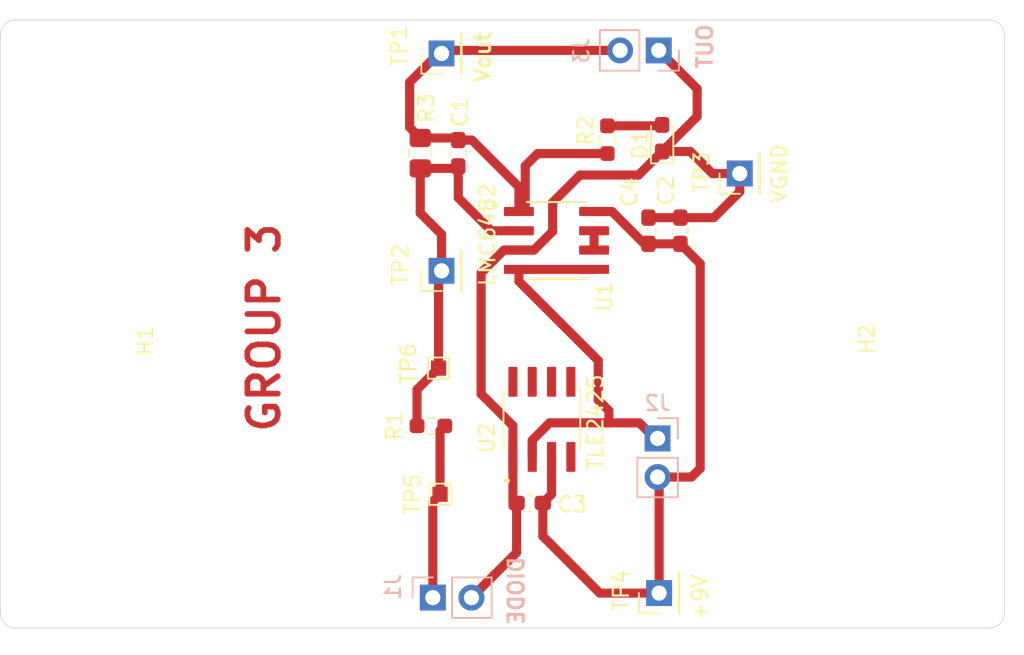
<source format=kicad_pcb>
(kicad_pcb (version 20240108) (generator "pcbnew") (generator_version "8.0")
  (layers (0 "F.Cu" signal) (31 "B.Cu" signal) (34 "B.Paste" user) (35 "F.Paste" user) (36 "B.SilkS" user "B.Silkscreen") (37 "F.SilkS" user "F.Silkscreen") (38 "B.Mask" user) (39 "F.Mask" user) (44 "Edge.Cuts" user))
  (net 0 "")
  (net 1 "/Vout")
  (net 2 "/Vin-")
  (net 3 "+9V")
  (net 4 "/VGND")
  (net 5 "Net-(J1-Pin_1)")
  (net 6 "GND")
  (net 7 "Net-(D1-A)")
  (net 8 "Net-(U1B--)")
  (footprint "MountingHole:MountingHole_4.3mm_M4_DIN965" (layer "F.Cu") (at 111.6 110.2 90)
    (property "Reference" "H1" (at -0.1 5.1 90) (layer "F.SilkS"))
    (property "Value" "MountingHole")
    (pad "" np_thru_hole circle (at 0 0 90) (size 4.3 4.3) (drill 4.3) (layers "*.Cu" "*.Mask"))
  )
  (footprint "TA:SOIC127P599X175-8N" (layer "F.Cu") (at 143.755 103.7)
    (property "Reference" "U1" (at 3.145 3.7 90) (layer "F.SilkS"))
    (property "Value" "LMC6482")
    (fp_line (start -1.95 -2.525) (end 1.95 -2.525) (stroke (width 0.127)) (layer "F.SilkS"))
    (fp_line (start -1.95 2.525) (end 1.95 2.525) (stroke (width 0.127)) (layer "F.SilkS"))
    (fp_circle (center -4.04 -2.305) (end -3.94 -2.305) (stroke (width 0.2)) (fill none) (layer "F.SilkS"))
    (pad "1" smd roundrect (at -2.47 -1.905) (size 1.97 0.6) (layers "F.Cu" "F.Paste" "F.Mask") (roundrect_rratio 0.125) (net 1 "/Vout"))
    (pad "2" smd roundrect (at -2.47 -0.635) (size 1.97 0.6) (layers "F.Cu" "F.Paste" "F.Mask") (roundrect_rratio 0.125) (net 2 "/Vin-"))
    (pad "3" smd roundrect (at -2.47 0.635) (size 1.97 0.6) (layers "F.Cu" "F.Paste" "F.Mask") (roundrect_rratio 0.125) (net 4 "/VGND"))
    (pad "4" smd roundrect (at -2.47 1.905) (size 1.97 0.6) (layers "F.Cu" "F.Paste" "F.Mask") (roundrect_rratio 0.125) (net 6 "GND"))
    (pad "5" smd roundrect (at 2.47 1.905) (size 1.97 0.6) (layers "F.Cu" "F.Paste" "F.Mask") (roundrect_rratio 0.125) (net 6 "GND"))
    (pad "6" smd roundrect (at 2.47 0.635) (size 1.97 0.6) (layers "F.Cu" "F.Paste" "F.Mask") (roundrect_rratio 0.125) (net 8 "Net-(U1B--)"))
    (pad "7" smd roundrect (at 2.47 -0.635) (size 1.97 0.6) (layers "F.Cu" "F.Paste" "F.Mask") (roundrect_rratio 0.125) (net 8 "Net-(U1B--)"))
    (pad "8" smd roundrect (at 2.47 -1.905) (size 1.97 0.6) (layers "F.Cu" "F.Paste" "F.Mask") (roundrect_rratio 0.125) (net 3 "+9V"))
  )
  (footprint "MountingHole:MountingHole_4.3mm_M4_DIN965" (layer "F.Cu") (at 168.9 110.2 90)
    (property "Reference" "H2" (at 0 -4.75 90) (layer "F.SilkS"))
    (property "Value" "MountingHole")
    (pad "" np_thru_hole circle (at 0 0 90) (size 4.3 4.3) (drill 4.3) (layers "*.Cu" "*.Mask"))
  )
  (footprint "Resistor_SMD:R_0603_1608Metric_Pad0.98x0.95mm_HandSolder" (layer "F.Cu") (at 135.5 115.9 180)
    (property "Reference" "R1" (at 2.4 0 90) (layer "F.SilkS"))
    (property "Value" "10")
    (fp_line (start -0.254724 0.5225) (end 0.254724 0.5225) (stroke (width 0.12)) (layer "F.SilkS"))
    (fp_line (start -0.254724 -0.5225) (end 0.254724 -0.5225) (stroke (width 0.12)) (layer "F.SilkS"))
    (pad "1" smd roundrect (at -0.9125 0 180) (size 0.975 0.95) (layers "F.Cu" "F.Paste" "F.Mask") (net 5 "Net-(J1-Pin_1)"))
    (pad "2" smd roundrect (at 0.9125 0 180) (size 0.975 0.95) (layers "F.Cu" "F.Paste" "F.Mask") (net 2 "/Vin-"))
  )
  (footprint "Resistor_SMD:R_0603_1608Metric_Pad0.98x0.95mm_HandSolder" (layer "F.Cu") (at 147.1 97.075 90)
    (property "Reference" "R2" (at 0.575 -1.43 90) (layer "F.SilkS"))
    (property "Value" "1K")
    (fp_line (start -0.254724 -0.5225) (end 0.254724 -0.5225) (stroke (width 0.12)) (layer "F.SilkS"))
    (fp_line (start -0.254724 0.5225) (end 0.254724 0.5225) (stroke (width 0.12)) (layer "F.SilkS"))
    (pad "1" smd roundrect (at -0.9125 0 90) (size 0.975 0.95) (layers "F.Cu" "F.Paste" "F.Mask") (net 1 "/Vout"))
    (pad "2" smd roundrect (at 0.9125 0 90) (size 0.975 0.95) (layers "F.Cu" "F.Paste" "F.Mask") (net 7 "Net-(D1-A)"))
  )
  (footprint "Capacitor_SMD:C_0603_1608Metric_Pad1.08x0.95mm_HandSolder" (layer "F.Cu") (at 149.8 103.0625 90)
    (property "Reference" "C4" (at 2.535 -1.245 90) (layer "F.SilkS"))
    (property "Value" "0.1u")
    (fp_line (start -0.146267 -0.51) (end 0.146267 -0.51) (stroke (width 0.12)) (layer "F.SilkS"))
    (fp_line (start -0.146267 0.51) (end 0.146267 0.51) (stroke (width 0.12)) (layer "F.SilkS"))
    (pad "1" smd roundrect (at -0.8625 0 90) (size 1.075 0.95) (layers "F.Cu" "F.Paste" "F.Mask") (net 3 "+9V"))
    (pad "2" smd roundrect (at 0.8625 0 90) (size 1.075 0.95) (layers "F.Cu" "F.Paste" "F.Mask") (net 4 "/VGND"))
  )
  (footprint "Connector_PinHeader_2.54mm:PinHeader_1x01_P2.54mm_Vertical" (layer "F.Cu") (at 155.8 99.3 90)
    (property "Reference" "TP3" (at 0.1 -2.5 90) (layer "F.SilkS"))
    (property "Value" "Virtual_gnd")
    (fp_line (start -1.33 -1.33) (end 0 -1.33) (stroke (width 0.12)) (layer "F.SilkS"))
    (fp_line (start -1.33 0) (end -1.33 -1.33) (stroke (width 0.12)) (layer "F.SilkS"))
    (fp_line (start 1.33 1.27) (end 1.33 1.33) (stroke (width 0.12)) (layer "F.SilkS"))
    (fp_line (start -1.33 1.27) (end 1.33 1.27) (stroke (width 0.12)) (layer "F.SilkS"))
    (fp_line (start -1.33 1.27) (end -1.33 1.33) (stroke (width 0.12)) (layer "F.SilkS"))
    (fp_line (start -1.33 1.33) (end 1.33 1.33) (stroke (width 0.12)) (layer "F.SilkS"))
    (pad "1" thru_hole rect (at 0 0 90) (size 1.7 1.7) (drill 1) (layers "*.Cu" "*.Mask") (net 4 "/VGND"))
  )
  (footprint "Capacitor_SMD:C_0603_1608Metric_Pad1.08x0.95mm_HandSolder" (layer "F.Cu") (at 137.3 97.9625 90)
    (property "Reference" "C1" (at 2.7 0.1 90) (layer "F.SilkS"))
    (property "Value" "150p")
    (fp_line (start -0.146267 -0.51) (end 0.146267 -0.51) (stroke (width 0.12)) (layer "F.SilkS"))
    (fp_line (start -0.146267 0.51) (end 0.146267 0.51) (stroke (width 0.12)) (layer "F.SilkS"))
    (pad "1" smd roundrect (at -0.8625 0 90) (size 1.075 0.95) (layers "F.Cu" "F.Paste" "F.Mask") (net 2 "/Vin-"))
    (pad "2" smd roundrect (at 0.8625 0 90) (size 1.075 0.95) (layers "F.Cu" "F.Paste" "F.Mask") (net 1 "/Vout"))
  )
  (footprint "LED_SMD:LED_0603_1608Metric_Pad1.05x0.95mm_HandSolder" (layer "F.Cu") (at 150.7 96.975 90)
    (property "Reference" "D1" (at -0.425 -1.43 90) (layer "F.SilkS"))
    (property "Value" "VOUT")
    (fp_line (start 0.8 -0.735) (end -1.66 -0.735) (stroke (width 0.12)) (layer "F.SilkS"))
    (fp_line (start -1.66 -0.735) (end -1.66 0.735) (stroke (width 0.12)) (layer "F.SilkS"))
    (fp_line (start -1.66 0.735) (end 0.8 0.735) (stroke (width 0.12)) (layer "F.SilkS"))
    (pad "1" smd roundrect (at -0.875 0 90) (size 1.05 0.95) (layers "F.Cu" "F.Paste" "F.Mask") (net 4 "/VGND"))
    (pad "2" smd roundrect (at 0.875 0 90) (size 1.05 0.95) (layers "F.Cu" "F.Paste" "F.Mask") (net 7 "Net-(D1-A)"))
  )
  (footprint "TestPoint:TestPoint_Pad_1.0x1.0mm" (layer "F.Cu") (at 136 112.1 90)
    (property "Reference" "TP6" (at 0.3 -2 90) (layer "F.SilkS"))
    (property "Value" "ID2")
    (fp_line (start 0.7 -0.7) (end 0.7 0.7) (stroke (width 0.12)) (layer "F.SilkS"))
    (fp_line (start -0.7 -0.7) (end 0.7 -0.7) (stroke (width 0.12)) (layer "F.SilkS"))
    (fp_line (start 0.7 0.7) (end -0.7 0.7) (stroke (width 0.12)) (layer "F.SilkS"))
    (fp_line (start -0.7 0.7) (end -0.7 -0.7) (stroke (width 0.12)) (layer "F.SilkS"))
    (pad "1" smd rect (at 0 0 90) (size 1 1) (layers "F.Cu" "F.Mask") (net 2 "/Vin-"))
  )
  (footprint "TestPoint:TestPoint_Pad_1.0x1.0mm" (layer "F.Cu") (at 136.1 120.4 90)
    (property "Reference" "TP5" (at 0 -1.8 90) (layer "F.SilkS"))
    (property "Value" "ID1")
    (fp_line (start 0.7 -0.7) (end 0.7 0.7) (stroke (width 0.12)) (layer "F.SilkS"))
    (fp_line (start -0.7 -0.7) (end 0.7 -0.7) (stroke (width 0.12)) (layer "F.SilkS"))
    (fp_line (start 0.7 0.7) (end -0.7 0.7) (stroke (width 0.12)) (layer "F.SilkS"))
    (fp_line (start -0.7 0.7) (end -0.7 -0.7) (stroke (width 0.12)) (layer "F.SilkS"))
    (pad "1" smd rect (at 0 0 90) (size 1 1) (layers "F.Cu" "F.Mask") (net 5 "Net-(J1-Pin_1)"))
  )
  (footprint "Capacitor_SMD:C_0603_1608Metric_Pad1.08x0.95mm_HandSolder" (layer "F.Cu") (at 151.9 103.0625 90)
    (property "Reference" "C2" (at 2.635 -0.945 90) (layer "F.SilkS"))
    (property "Value" "0.1u")
    (fp_line (start -0.146267 -0.51) (end 0.146267 -0.51) (stroke (width 0.12)) (layer "F.SilkS"))
    (fp_line (start -0.146267 0.51) (end 0.146267 0.51) (stroke (width 0.12)) (layer "F.SilkS"))
    (pad "1" smd roundrect (at -0.8625 0 90) (size 1.075 0.95) (layers "F.Cu" "F.Paste" "F.Mask") (net 3 "+9V"))
    (pad "2" smd roundrect (at 0.8625 0 90) (size 1.075 0.95) (layers "F.Cu" "F.Paste" "F.Mask") (net 4 "/VGND"))
  )
  (footprint "Connector_PinHeader_2.54mm:PinHeader_1x01_P2.54mm_Vertical" (layer "F.Cu") (at 136.2 91.4 90)
    (property "Reference" "TP1" (at 0.5 -2.8 90) (layer "F.SilkS"))
    (property "Value" "Vout")
    (fp_line (start -1.33 -1.33) (end 0 -1.33) (stroke (width 0.12)) (layer "F.SilkS"))
    (fp_line (start -1.33 0) (end -1.33 -1.33) (stroke (width 0.12)) (layer "F.SilkS"))
    (fp_line (start 1.33 1.27) (end 1.33 1.33) (stroke (width 0.12)) (layer "F.SilkS"))
    (fp_line (start -1.33 1.27) (end 1.33 1.27) (stroke (width 0.12)) (layer "F.SilkS"))
    (fp_line (start -1.33 1.27) (end -1.33 1.33) (stroke (width 0.12)) (layer "F.SilkS"))
    (fp_line (start -1.33 1.33) (end 1.33 1.33) (stroke (width 0.12)) (layer "F.SilkS"))
    (pad "1" thru_hole rect (at 0 0 90) (size 1.7 1.7) (drill 1) (layers "*.Cu" "*.Mask") (net 1 "/Vout"))
  )
  (footprint "Resistor_SMD:R_0805_2012Metric_Pad1.20x1.40mm_HandSolder" (layer "F.Cu") (at 134.8 97.9625 90)
    (property "Reference" "R3" (at 2.9625 0.4 90) (layer "F.SilkS"))
    (property "Value" "10M")
    (fp_line (start -0.227064 -0.735) (end 0.227064 -0.735) (stroke (width 0.12)) (layer "F.SilkS"))
    (fp_line (start -0.227064 0.735) (end 0.227064 0.735) (stroke (width 0.12)) (layer "F.SilkS"))
    (pad "1" smd roundrect (at -1 0 90) (size 1.2 1.4) (layers "F.Cu" "F.Paste" "F.Mask") (roundrect_rratio 0.208333) (net 2 "/Vin-"))
    (pad "2" smd roundrect (at 1 0 90) (size 1.2 1.4) (layers "F.Cu" "F.Paste" "F.Mask") (roundrect_rratio 0.208333) (net 1 "/Vout"))
  )
  (footprint "Capacitor_SMD:C_0603_1608Metric_Pad1.08x0.95mm_HandSolder" (layer "F.Cu") (at 141.995 120.97)
    (property "Reference" "C3" (at 2.8 0.1 360) (layer "F.SilkS"))
    (property "Value" "0.1u")
    (fp_line (start -0.146267 -0.51) (end 0.146267 -0.51) (stroke (width 0.12)) (layer "F.SilkS"))
    (fp_line (start -0.146267 0.51) (end 0.146267 0.51) (stroke (width 0.12)) (layer "F.SilkS"))
    (pad "1" smd roundrect (at -0.8625 0) (size 1.075 0.95) (layers "F.Cu" "F.Paste" "F.Mask") (net 4 "/VGND"))
    (pad "2" smd roundrect (at 0.8625 0) (size 1.075 0.95) (layers "F.Cu" "F.Paste" "F.Mask") (net 3 "+9V"))
  )
  (footprint "Connector_PinHeader_2.54mm:PinHeader_1x01_P2.54mm_Vertical" (layer "F.Cu") (at 150.5 126.9 90)
    (property "Reference" "TP4" (at 0.2 -2.5 90) (layer "F.SilkS"))
    (property "Value" "V_supply")
    (fp_line (start -1.33 -1.33) (end 0 -1.33) (stroke (width 0.12)) (layer "F.SilkS"))
    (fp_line (start -1.33 0) (end -1.33 -1.33) (stroke (width 0.12)) (layer "F.SilkS"))
    (fp_line (start 1.33 1.27) (end 1.33 1.33) (stroke (width 0.12)) (layer "F.SilkS"))
    (fp_line (start -1.33 1.27) (end 1.33 1.27) (stroke (width 0.12)) (layer "F.SilkS"))
    (fp_line (start -1.33 1.27) (end -1.33 1.33) (stroke (width 0.12)) (layer "F.SilkS"))
    (fp_line (start -1.33 1.33) (end 1.33 1.33) (stroke (width 0.12)) (layer "F.SilkS"))
    (pad "1" thru_hole rect (at 0 0 90) (size 1.7 1.7) (drill 1) (layers "*.Cu" "*.Mask") (net 3 "+9V"))
  )
  (footprint "TA:SOIC127P599X175-8N" (layer "F.Cu") (at 142.795 115.47 90)
    (property "Reference" "U2" (at -1.23 -3.595 90) (layer "F.SilkS"))
    (property "Value" "TLE2425CD")
    (fp_line (start -1.95 -2.525) (end 1.95 -2.525) (stroke (width 0.127)) (layer "F.SilkS"))
    (fp_line (start -1.95 2.525) (end 1.95 2.525) (stroke (width 0.127)) (layer "F.SilkS"))
    (fp_circle (center -4.04 -2.305) (end -3.94 -2.305) (stroke (width 0.2)) (fill none) (layer "F.SilkS"))
    (pad "1" smd roundrect (at -2.47 -1.905 90) (size 1.97 0.6) (layers "F.Cu" "F.Paste" "F.Mask") (roundrect_rratio 0.125) (net 4 "/VGND"))
    (pad "2" smd roundrect (at -2.47 -0.635 90) (size 1.97 0.6) (layers "F.Cu" "F.Paste" "F.Mask") (roundrect_rratio 0.125) (net 6 "GND"))
    (pad "3" smd roundrect (at -2.47 0.635 90) (size 1.97 0.6) (layers "F.Cu" "F.Paste" "F.Mask") (roundrect_rratio 0.125) (net 3 "+9V"))
    (pad "4" smd roundrect (at -2.47 1.905 90) (size 1.97 0.6) (layers "F.Cu" "F.Paste" "F.Mask") (roundrect_rratio 0.125))
    (pad "5" smd roundrect (at 2.47 1.905 90) (size 1.97 0.6) (layers "F.Cu" "F.Paste" "F.Mask") (roundrect_rratio 0.125))
    (pad "6" smd roundrect (at 2.47 0.635 90) (size 1.97 0.6) (layers "F.Cu" "F.Paste" "F.Mask") (roundrect_rratio 0.125))
    (pad "7" smd roundrect (at 2.47 -0.635 90) (size 1.97 0.6) (layers "F.Cu" "F.Paste" "F.Mask") (roundrect_rratio 0.125))
    (pad "8" smd roundrect (at 2.47 -1.905 90) (size 1.97 0.6) (layers "F.Cu" "F.Paste" "F.Mask") (roundrect_rratio 0.125))
  )
  (footprint "Connector_PinHeader_2.54mm:PinHeader_1x01_P2.54mm_Vertical" (layer "F.Cu") (at 136.2 105.7 90)
    (property "Reference" "TP2" (at 0.4 -2.7 90) (layer "F.SilkS"))
    (property "Value" "Vin")
    (fp_line (start -1.33 -1.33) (end 0 -1.33) (stroke (width 0.12)) (layer "F.SilkS"))
    (fp_line (start -1.33 0) (end -1.33 -1.33) (stroke (width 0.12)) (layer "F.SilkS"))
    (fp_line (start 1.33 1.27) (end 1.33 1.33) (stroke (width 0.12)) (layer "F.SilkS"))
    (fp_line (start -1.33 1.27) (end 1.33 1.27) (stroke (width 0.12)) (layer "F.SilkS"))
    (fp_line (start -1.33 1.27) (end -1.33 1.33) (stroke (width 0.12)) (layer "F.SilkS"))
    (fp_line (start -1.33 1.33) (end 1.33 1.33) (stroke (width 0.12)) (layer "F.SilkS"))
    (pad "1" thru_hole rect (at 0 0 90) (size 1.7 1.7) (drill 1) (layers "*.Cu" "*.Mask") (net 2 "/Vin-"))
  )
  (footprint "Connector_PinHeader_2.54mm:PinHeader_1x02_P2.54mm_Vertical" (layer "B.Cu") (at 150.4 116.725 180)
    (property "Reference" "J2" (at 0 2.33 360) (layer "B.SilkS") (effects (justify mirror)))
    (property "Value" "Battery_Pin")
    (fp_line (start 1.33 -1.27) (end -1.33 -1.27) (stroke (width 0.12)) (layer "B.SilkS"))
    (fp_line (start 1.33 -3.87) (end 1.33 -1.27) (stroke (width 0.12)) (layer "B.SilkS"))
    (fp_line (start 1.33 -3.87) (end -1.33 -3.87) (stroke (width 0.12)) (layer "B.SilkS"))
    (fp_line (start 0 1.33) (end -1.33 1.33) (stroke (width 0.12)) (layer "B.SilkS"))
    (fp_line (start -1.33 1.33) (end -1.33 0) (stroke (width 0.12)) (layer "B.SilkS"))
    (fp_line (start -1.33 -3.87) (end -1.33 -1.27) (stroke (width 0.12)) (layer "B.SilkS"))
    (pad "1" thru_hole rect (at 0 0 180) (size 1.7 1.7) (drill 1) (layers "*.Cu" "*.Mask") (net 6 "GND"))
    (pad "2" thru_hole oval (at 0 -2.54 180) (size 1.7 1.7) (drill 1) (layers "*.Cu" "*.Mask") (net 3 "+9V"))
  )
  (footprint "Connector_PinHeader_2.54mm:PinHeader_1x02_P2.54mm_Vertical" (layer "B.Cu") (at 135.625 127.2 -90)
    (property "Reference" "J1" (at -0.7 2.625 90) (layer "B.SilkS") (effects (justify mirror)))
    (property "Value" "Diode_Pin")
    (fp_line (start -1.33 1.33) (end -1.33 0) (stroke (width 0.12)) (layer "B.SilkS"))
    (fp_line (start 0 1.33) (end -1.33 1.33) (stroke (width 0.12)) (layer "B.SilkS"))
    (fp_line (start 1.33 -1.27) (end -1.33 -1.27) (stroke (width 0.12)) (layer "B.SilkS"))
    (fp_line (start -1.33 -3.87) (end -1.33 -1.27) (stroke (width 0.12)) (layer "B.SilkS"))
    (fp_line (start 1.33 -3.87) (end 1.33 -1.27) (stroke (width 0.12)) (layer "B.SilkS"))
    (fp_line (start 1.33 -3.87) (end -1.33 -3.87) (stroke (width 0.12)) (layer "B.SilkS"))
    (pad "1" thru_hole rect (at 0 0 270) (size 1.7 1.7) (drill 1) (layers "*.Cu" "*.Mask") (net 5 "Net-(J1-Pin_1)"))
    (pad "2" thru_hole oval (at 0 -2.54 270) (size 1.7 1.7) (drill 1) (layers "*.Cu" "*.Mask") (net 4 "/VGND"))
  )
  (footprint "Connector_PinHeader_2.54mm:PinHeader_1x02_P2.54mm_Vertical" (layer "B.Cu") (at 150.475 91.2 90)
    (property "Reference" "J3" (at 0 -5.075 90) (layer "B.SilkS") (effects (justify mirror)))
    (property "Value" "Vout_Pin")
    (fp_line (start 1.33 -3.87) (end -1.33 -3.87) (stroke (width 0.12)) (layer "B.SilkS"))
    (fp_line (start 1.33 -3.87) (end 1.33 -1.27) (stroke (width 0.12)) (layer "B.SilkS"))
    (fp_line (start -1.33 -3.87) (end -1.33 -1.27) (stroke (width 0.12)) (layer "B.SilkS"))
    (fp_line (start 1.33 -1.27) (end -1.33 -1.27) (stroke (width 0.12)) (layer "B.SilkS"))
    (fp_line (start 0 1.33) (end -1.33 1.33) (stroke (width 0.12)) (layer "B.SilkS"))
    (fp_line (start -1.33 1.33) (end -1.33 0) (stroke (width 0.12)) (layer "B.SilkS"))
    (pad "1" thru_hole rect (at 0 0 90) (size 1.7 1.7) (drill 1) (layers "*.Cu" "*.Mask") (net 4 "/VGND"))
    (pad "2" thru_hole oval (at 0 -2.54 90) (size 1.7 1.7) (drill 1) (layers "*.Cu" "*.Mask") (net 1 "/Vout"))
  )
  (gr_arc (start 108.2 129.2) (mid 107.492893 128.907107) (end 107.2 128.2) (stroke (width 0.05)) (layer "Edge.Cuts"))
  (gr_arc (start 173.2 128.2) (mid 172.907107 128.907107) (end 172.2 129.2) (stroke (width 0.05)) (layer "Edge.Cuts"))
  (gr_arc (start 172.2 89.2) (mid 172.907107 89.492893) (end 173.2 90.2) (stroke (width 0.05)) (layer "Edge.Cuts"))
  (gr_line (start 108.2 89.2) (end 172.2 89.2) (stroke (width 0.05)) (layer "Edge.Cuts"))
  (gr_line (start 172.2 129.2) (end 108.2 129.2) (stroke (width 0.05)) (layer "Edge.Cuts"))
  (gr_line (start 173.2 90.2) (end 173.2 128.2) (stroke (width 0.05)) (layer "Edge.Cuts"))
  (gr_arc (start 107.2 90.2) (mid 107.492893 89.492893) (end 108.2 89.2) (stroke (width 0.05)) (layer "Edge.Cuts"))
  (gr_line (start 107.2 128.2) (end 107.2 90.2) (stroke (width 0.05)) (layer "Edge.Cuts"))
  (gr_text "GROUP 3" (at 125.7 116.5 90) (layer "F.Cu") (effects (font (size 2 2) (thickness 0.375) (bold yes)) (justify left bottom)))
  (gr_text "DIODE" (at 141.7 129.1 90) (layer "B.SilkS") (effects (font (size 1 1) (thickness 0.2) (bold yes)) (justify right bottom mirror)))
  (gr_text "OUT" (at 154.1 92.5 90) (layer "B.SilkS") (effects (font (size 1 1) (thickness 0.2) (bold yes)) (justify right bottom mirror)))
  (gr_text "Vout\n" (at 139.5 89.9 90) (layer "F.SilkS") (effects (font (size 1 1) (thickness 0.2) (bold yes)) (justify right bottom)))
  (gr_text "+9V\n" (at 153.2 127.2 90) (layer "F.SilkS") (effects (font (size 1 1))))
  (gr_text "TLE2425\n" (at 146.9 118.9 90) (layer "F.SilkS") (effects (font (size 1 1)) (justify left bottom)))
  (gr_text "LMC6482" (at 139.8 106.8 90) (layer "F.SilkS") (effects (font (size 1 1)) (justify left bottom)))
  (gr_text "VGND\n" (at 158.4 99.3 90) (layer "F.SilkS") (effects (font (size 1 1))))
  (segment (start 138.2 97.1) (end 141.285 100.185) (width 0.6) (layer "F.Cu") (net 1))
  (segment (start 141.7 101.38) (end 141.7 98.8) (width 0.6) (layer "F.Cu") (net 1))
  (segment (start 141.285 100.185) (end 141.285 101.795) (width 0.6) (layer "F.Cu") (net 1))
  (segment (start 134.1 96.2625) (end 134.8 96.9625) (width 0.6) (layer "F.Cu") (net 1))
  (segment (start 134.8 96.9625) (end 137.1625 96.9625) (width 0.6) (layer "F.Cu") (net 1))
  (segment (start 134.1 93.3) (end 134.1 96.2625) (width 0.6) (layer "F.Cu") (net 1))
  (segment (start 136.4 91.2) (end 136.2 91.4) (width 0.6) (layer "F.Cu") (net 1))
  (segment (start 142.5125 97.9875) (end 147.1 97.9875) (width 0.6) (layer "F.Cu") (net 1))
  (segment (start 136 91.4) (end 134.1 93.3) (width 0.6) (layer "F.Cu") (net 1))
  (segment (start 147.935 91.2) (end 136.4 91.2) (width 0.6) (layer "F.Cu") (net 1))
  (segment (start 141.7 98.8) (end 142.5125 97.9875) (width 0.6) (layer "F.Cu") (net 1))
  (segment (start 136.2 91.4) (end 136 91.4) (width 0.6) (layer "F.Cu") (net 1))
  (segment (start 137.1625 96.9625) (end 137.3 97.1) (width 0.6) (layer "F.Cu") (net 1))
  (segment (start 141.285 101.795) (end 141.7 101.38) (width 0.6) (layer "F.Cu") (net 1))
  (segment (start 137.3 97.1) (end 138.2 97.1) (width 0.6) (layer "F.Cu") (net 1))
  (segment (start 136.2 103.3) (end 134.8 101.9) (width 0.6) (layer "F.Cu") (net 2))
  (segment (start 137.3 98.825) (end 137.3 100.9) (width 0.6) (layer "F.Cu") (net 2))
  (segment (start 137.3 100.9) (end 139.465 103.065) (width 0.6) (layer "F.Cu") (net 2))
  (segment (start 134.5875 115.9) (end 134.5875 113.5125) (width 0.6) (layer "F.Cu") (net 2))
  (segment (start 134.5875 113.5125) (end 136 112.1) (width 0.6) (layer "F.Cu") (net 2))
  (segment (start 137.1625 98.9625) (end 137.3 98.825) (width 0.6) (layer "F.Cu") (net 2))
  (segment (start 136 105.9) (end 136.2 105.7) (width 0.6) (layer "F.Cu") (net 2))
  (segment (start 136.2 105.7) (end 136.2 103.3) (width 0.6) (layer "F.Cu") (net 2))
  (segment (start 134.8 98.9625) (end 137.1625 98.9625) (width 0.6) (layer "F.Cu") (net 2))
  (segment (start 139.465 103.065) (end 141.285 103.065) (width 0.6) (layer "F.Cu") (net 2))
  (segment (start 136 112.1) (end 136 105.9) (width 0.6) (layer "F.Cu") (net 2))
  (segment (start 134.8 101.9) (end 134.8 98.9625) (width 0.6) (layer "F.Cu") (net 2))
  (segment (start 146.6 126.9) (end 150.5 126.9) (width 0.6) (layer "F.Cu") (net 3))
  (segment (start 142.8575 123.1575) (end 146.6 126.9) (width 0.6) (layer "F.Cu") (net 3))
  (segment (start 142.8575 120.97) (end 143.43 120.3975) (width 0.6) (layer "F.Cu") (net 3))
  (segment (start 150.5 126.9) (end 150.5 119.365) (width 0.6) (layer "F.Cu") (net 3))
  (segment (start 151.9 103.925) (end 149.8 103.925) (width 0.6) (layer "F.Cu") (net 3))
  (segment (start 150.5 119.365) (end 150.4 119.265) (width 0.6) (layer "F.Cu") (net 3))
  (segment (start 147.395 101.795) (end 149.525 103.925) (width 0.6) (layer "F.Cu") (net 3))
  (segment (start 152.635 119.265) (end 153.2 118.7) (width 0.6) (layer "F.Cu") (net 3))
  (segment (start 149.525 103.925) (end 149.8 103.925) (width 0.6) (layer "F.Cu") (net 3))
  (segment (start 153.2 105.225) (end 151.9 103.925) (width 0.6) (layer "F.Cu") (net 3))
  (segment (start 146.225 101.795) (end 147.395 101.795) (width 0.6) (layer "F.Cu") (net 3))
  (segment (start 142.8575 120.97) (end 142.8575 123.1575) (width 0.6) (layer "F.Cu") (net 3))
  (segment (start 143.43 120.3975) (end 143.43 117.94) (width 0.6) (layer "F.Cu") (net 3))
  (segment (start 153.2 118.7) (end 153.2 105.225) (width 0.6) (layer "F.Cu") (net 3))
  (segment (start 150.4 119.265) (end 152.635 119.265) (width 0.6) (layer "F.Cu") (net 3))
  (segment (start 141.1325 124.2325) (end 141.1325 120.97) (width 0.6) (layer "F.Cu") (net 4))
  (segment (start 138.8 113.8) (end 138.8 105.835001) (width 0.6) (layer "F.Cu") (net 4))
  (segment (start 153 95.55) (end 150.7 97.85) (width 0.6) (layer "F.Cu") (net 4))
  (segment (start 140.89 115.89) (end 138.8 113.8) (width 0.6) (layer "F.Cu") (net 4))
  (segment (start 140.300001 104.335) (end 141.285 104.335) (width 0.6) (layer "F.Cu") (net 4))
  (segment (start 142.269999 104.335) (end 143.5 103.104999) (width 0.6) (layer "F.Cu") (net 4))
  (segment (start 141.285 104.335) (end 142.269999 104.335) (width 0.6) (layer "F.Cu") (net 4))
  (segment (start 140.89 117.94) (end 140.89 120.7275) (width 0.6) (layer "F.Cu") (net 4))
  (segment (start 138.165 127.2) (end 141.1325 124.2325) (width 0.6) (layer "F.Cu") (net 4))
  (segment (start 140.89 120.7275) (end 141.1325 120.97) (width 0.6) (layer "F.Cu") (net 4))
  (segment (start 149.8 102.2) (end 151.9 102.2) (width 0.6) (layer "F.Cu") (net 4))
  (segment (start 154 99.3) (end 152.55 97.85) (width 0.6) (layer "F.Cu") (net 4))
  (segment (start 143.5 101.2) (end 145.3 99.4) (width 0.6) (layer "F.Cu") (net 4))
  (segment (start 143.5 103.104999) (end 143.5 101.2) (width 0.6) (layer "F.Cu") (net 4))
  (segment (start 140.89 117.94) (end 140.89 115.89) (width 0.6) (layer "F.Cu") (net 4))
  (segment (start 153 93.725) (end 153 95.55) (width 0.6) (layer "F.Cu") (net 4))
  (segment (start 155.8 99.3) (end 154 99.3) (width 0.6) (layer "F.Cu") (net 4))
  (segment (start 151.9 102.2) (end 154.1 102.2) (width 0.6) (layer "F.Cu") (net 4))
  (segment (start 154.1 102.2) (end 155.8 100.5) (width 0.6) (layer "F.Cu") (net 4))
  (segment (start 145.3 99.4) (end 149.15 99.4) (width 0.6) (layer "F.Cu") (net 4))
  (segment (start 149.15 99.4) (end 150.7 97.85) (width 0.6) (layer "F.Cu") (net 4))
  (segment (start 152.55 97.85) (end 150.7 97.85) (width 0.6) (layer "F.Cu") (net 4))
  (segment (start 150.475 91.2) (end 153 93.725) (width 0.6) (layer "F.Cu") (net 4))
  (segment (start 155.8 100.5) (end 155.8 99.3) (width 0.6) (layer "F.Cu") (net 4))
  (segment (start 138.8 105.835001) (end 140.300001 104.335) (width 0.6) (layer "F.Cu") (net 4))
  (segment (start 150.5 91.225) (end 150.475 91.2) (width 0.6) (layer "B.Cu") (net 4))
  (segment (start 135.625 120.875) (end 136.1 120.4) (width 0.6) (layer "F.Cu") (net 5))
  (segment (start 136.1 120.4) (end 136.1 116.2125) (width 0.6) (layer "F.Cu") (net 5))
  (segment (start 136.1 116.2125) (end 136.4125 115.9) (width 0.6) (layer "F.Cu") (net 5))
  (segment (start 135.625 127.2) (end 135.625 120.875) (width 0.6) (layer "F.Cu") (net 5))
  (segment (start 141.285 106.385) (end 146.5 111.6) (width 0.6) (layer "F.Cu") (net 6))
  (segment (start 141.285 105.605) (end 141.285 106.385) (width 0.6) (layer "F.Cu") (net 6))
  (segment (start 146.5 111.6) (end 146.5 114.2) (width 0.6) (layer "F.Cu") (net 6))
  (segment (start 147.2 114.9) (end 147.2 115.7) (width 0.6) (layer "F.Cu") (net 6))
  (segment (start 146.225 105.605) (end 141.285 105.605) (width 0.6) (layer "F.Cu") (net 6))
  (segment (start 143.3 115.7) (end 147.2 115.7) (width 0.6) (layer "F.Cu") (net 6))
  (segment (start 146.5 114.2) (end 147.2 114.9) (width 0.6) (layer "F.Cu") (net 6))
  (segment (start 147.2 115.7) (end 149.2 115.7) (width 0.6) (layer "F.Cu") (net 6))
  (segment (start 150.225 116.725) (end 150.4 116.725) (width 0.6) (layer "F.Cu") (net 6))
  (segment (start 149.2 115.7) (end 150.225 116.725) (width 0.6) (layer "F.Cu") (net 6))
  (segment (start 142.16 116.84) (end 143.3 115.7) (width 0.6) (layer "F.Cu") (net 6))
  (segment (start 142.16 117.94) (end 142.16 116.84) (width 0.6) (layer "F.Cu") (net 6))
  (segment (start 147.1 96.1625) (end 150.6375 96.1625) (width 0.6) (layer "F.Cu") (net 7))
  (segment (start 150.6375 96.1625) (end 150.7 96.1) (width 0.6) (layer "F.Cu") (net 7))
  (segment (start 146.225 104.335) (end 146.225 103.065) (width 0.6) (layer "F.Cu") (net 8))
)
</source>
